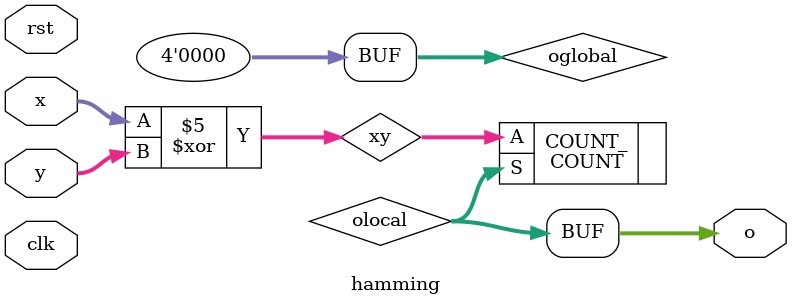
<source format=v>
`timescale 1ns / 1ps

module hamming
#(
	parameter N=8,
	parameter CC=1
)
(
	clk,
	rst,
	x,
	y,
	o
);
	localparam M = N/CC; 

	input clk;
	input rst;
	input[M-1:0] x;
	input[M-1:0] y;
	output[log2(N)-1:0] o;

	function integer log2;
		input [31:0] value;
		reg [31:0] temp;
	begin
		temp = value;
		for (log2=0; temp>0; log2=log2+1)
			temp = temp>>1;
	end
	endfunction

	reg		[log2(N)-1:0] 	oglobal;
	wire 	[log2(M)-1:0] 	olocal;
	wire	[M-1:0] 		xy;
	

	assign xy = x^y;

	
	COUNT
	#(
		.N(M)
	)
	COUNT_
	(
		.A(xy),
		.S(olocal)
	);



	generate
	if(CC>1)
	begin
	    ADD
 		#(
 			.N(log2(N))
 		)
 		ADD_
 		(
 			.A(oglobal),
 			.B({{(log2(N) - log2(M)){1'b0}}, olocal}),
 			.CI(1'b0),
 			.S(o),
 			.CO()
 		);

		always@(posedge clk or posedge rst)
		begin
			if(rst)
			begin
				oglobal <= 0;
			end
			else
			begin
				oglobal <= o;
			end
		end
	end
	else
	begin
	  	assign o = olocal;
		always@(*)
		begin
			oglobal <= 'b0;
		end
	end
	endgenerate

	

endmodule



</source>
